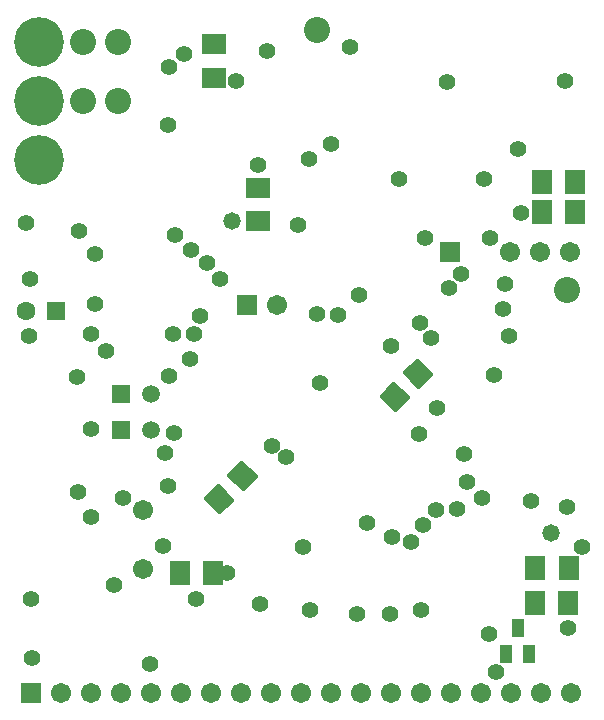
<source format=gbs>
%FSLAX43Y43*%
%MOMM*%
G71*
G01*
G75*
%ADD10C,0.300*%
%ADD11C,0.125*%
%ADD12O,2.000X1.000*%
%ADD13R,2.000X1.000*%
%ADD14R,1.800X1.600*%
%ADD15R,1.600X1.800*%
%ADD16R,0.600X2.150*%
%ADD17R,0.600X2.150*%
%ADD18R,1.450X0.550*%
%ADD19R,1.450X0.550*%
%ADD20R,0.600X2.200*%
%ADD21R,0.600X2.200*%
%ADD22R,0.600X1.700*%
%ADD23R,0.600X1.700*%
%ADD24C,0.500*%
%ADD25C,0.400*%
%ADD26R,1.400X1.400*%
%ADD27C,1.400*%
%ADD28C,4.000*%
%ADD29C,2.000*%
%ADD30C,1.500*%
%ADD31R,1.500X1.500*%
%ADD32R,1.300X1.300*%
%ADD33C,1.300*%
%ADD34C,1.200*%
%ADD35C,1.270*%
%ADD36R,0.850X1.300*%
%ADD37C,0.600*%
%ADD38O,2.203X1.203*%
%ADD39R,2.203X1.203*%
%ADD40R,2.003X1.803*%
%ADD41R,1.803X2.003*%
%ADD42R,0.803X2.353*%
%ADD43R,0.803X2.353*%
%ADD44R,1.653X0.753*%
%ADD45R,1.653X0.753*%
%ADD46R,0.803X2.403*%
%ADD47R,0.803X2.403*%
%ADD48R,0.803X1.903*%
%ADD49R,0.803X1.903*%
%ADD50R,1.603X1.603*%
%ADD51C,1.603*%
%ADD52C,4.203*%
%ADD53C,2.203*%
%ADD54C,1.703*%
%ADD55R,1.703X1.703*%
%ADD56R,1.503X1.503*%
%ADD57C,1.503*%
%ADD58C,1.403*%
%ADD59C,1.473*%
%ADD60R,1.053X1.503*%
D25*
X20042Y24442D02*
X18908Y25576D01*
X19900Y26568D01*
X21034Y25434D01*
X20042Y24442D01*
Y24914D02*
X19379Y25576D01*
X19900Y26097D01*
X20562Y25434D01*
X20042Y24914D01*
Y25385D02*
X19851Y25576D01*
X19900Y25625D01*
X20091Y25434D01*
X20042Y25385D01*
X19971Y25487D02*
Y25523D01*
X18062Y22462D02*
X16928Y23596D01*
X17920Y24588D01*
X19054Y23455D01*
X18062Y22462D01*
Y22934D02*
X17399Y23596D01*
X17920Y24117D01*
X18582Y23455D01*
X18062Y22934D01*
Y23405D02*
X17871Y23596D01*
X17920Y23645D01*
X18111Y23455D01*
X18062Y23405D01*
X17991Y23507D02*
Y23543D01*
X34897Y33098D02*
X33764Y34232D01*
X34756Y35224D01*
X35889Y34090D01*
X34897Y33098D01*
Y33569D02*
X34235Y34232D01*
X34756Y34752D01*
X35418Y34090D01*
X34897Y33569D01*
Y34041D02*
X34706Y34232D01*
X34756Y34281D01*
X34947Y34090D01*
X34897Y34041D01*
X34827Y34143D02*
Y34179D01*
X32917Y31118D02*
X31784Y32252D01*
X32776Y33244D01*
X33910Y32110D01*
X32917Y31118D01*
Y31589D02*
X32255Y32252D01*
X32776Y32772D01*
X33438Y32110D01*
X32917Y31589D01*
Y32061D02*
X32727Y32252D01*
X32776Y32301D01*
X32967Y32110D01*
X32917Y32061D01*
X32847Y32163D02*
Y32199D01*
D40*
X17618Y61988D02*
D03*
Y59188D02*
D03*
X21318Y49863D02*
D03*
Y47063D02*
D03*
D41*
X47587Y14693D02*
D03*
X44787D02*
D03*
X44813Y17682D02*
D03*
X47613Y17682D02*
D03*
X14713Y17257D02*
D03*
X17513D02*
D03*
X48138Y50382D02*
D03*
X45338Y50382D02*
D03*
X45362Y47793D02*
D03*
X48162Y47793D02*
D03*
D50*
X4189Y39433D02*
D03*
D51*
X1689D02*
D03*
D52*
X2800Y52200D02*
D03*
Y57200D02*
D03*
Y62200D02*
D03*
D53*
X6525Y62175D02*
D03*
Y57175D02*
D03*
X9500Y62225D02*
D03*
Y57225D02*
D03*
X26300Y63250D02*
D03*
X47500Y41225D02*
D03*
D54*
X45280Y7100D02*
D03*
X42740D02*
D03*
X47820D02*
D03*
X40200D02*
D03*
X37660D02*
D03*
X32580D02*
D03*
X30040D02*
D03*
X27500D02*
D03*
X24960D02*
D03*
X22420D02*
D03*
X19880D02*
D03*
X17340D02*
D03*
X14800D02*
D03*
X12260D02*
D03*
X9720D02*
D03*
X7180D02*
D03*
X4640D02*
D03*
X35120D02*
D03*
X47727Y44416D02*
D03*
X45187D02*
D03*
X42647D02*
D03*
X11575Y22617D02*
D03*
Y17617D02*
D03*
X22910Y39937D02*
D03*
D55*
X2100Y7100D02*
D03*
X37567Y44416D02*
D03*
X20370Y39937D02*
D03*
D56*
X9758Y32363D02*
D03*
Y29388D02*
D03*
D57*
X12258Y32363D02*
D03*
Y29388D02*
D03*
D58*
X38175Y22625D02*
D03*
X35975Y37175D02*
D03*
X33300Y50575D02*
D03*
X47450Y22800D02*
D03*
X9900Y23625D02*
D03*
X13800Y33950D02*
D03*
X21300Y51775D02*
D03*
X43300Y53125D02*
D03*
X40925Y45600D02*
D03*
X42100Y39575D02*
D03*
X41268Y33975D02*
D03*
X24750Y46725D02*
D03*
X21500Y14600D02*
D03*
X40500Y50575D02*
D03*
X1675Y46900D02*
D03*
X2000Y42100D02*
D03*
X13450Y27400D02*
D03*
X43625Y47700D02*
D03*
X44450Y23350D02*
D03*
X37475Y41400D02*
D03*
X38525Y42550D02*
D03*
X7525Y40000D02*
D03*
X7500Y44250D02*
D03*
X1975Y37300D02*
D03*
X13700Y24575D02*
D03*
X13250Y19500D02*
D03*
X2100Y15000D02*
D03*
X2200Y10025D02*
D03*
X12200Y9575D02*
D03*
X40850Y12100D02*
D03*
X16050Y15050D02*
D03*
X30575Y21500D02*
D03*
X6150Y46225D02*
D03*
X26600Y33350D02*
D03*
X23700Y27025D02*
D03*
X22500Y27975D02*
D03*
X25125Y19475D02*
D03*
X25700Y14075D02*
D03*
X14250Y29075D02*
D03*
X32687Y20250D02*
D03*
X34975Y29025D02*
D03*
X34250Y19850D02*
D03*
X29725Y13787D02*
D03*
X35275Y21275D02*
D03*
X32525Y13800D02*
D03*
X40250Y23550D02*
D03*
X36400Y22575D02*
D03*
X35150Y14075D02*
D03*
X36450Y31175D02*
D03*
X42250Y41700D02*
D03*
X18075Y42150D02*
D03*
X16400Y39000D02*
D03*
X39025Y24975D02*
D03*
X17000Y43450D02*
D03*
X15525Y35375D02*
D03*
X6000Y33800D02*
D03*
X6050Y24125D02*
D03*
X38800Y27300D02*
D03*
X15650Y44575D02*
D03*
X15900Y37450D02*
D03*
X8450Y36025D02*
D03*
X9125Y16225D02*
D03*
X7145Y29445D02*
D03*
X14325Y45825D02*
D03*
X14125Y37500D02*
D03*
X7225Y37450D02*
D03*
X7175Y21950D02*
D03*
X42550Y37293D02*
D03*
X26279Y39196D02*
D03*
X35500Y45600D02*
D03*
X41450Y8875D02*
D03*
X18700Y17200D02*
D03*
X47600Y12575D02*
D03*
X48725Y19475D02*
D03*
X47275Y58875D02*
D03*
X37285Y58800D02*
D03*
X13790Y60110D02*
D03*
X29110Y61760D02*
D03*
X22125Y61400D02*
D03*
X19425Y58875D02*
D03*
X15050Y61175D02*
D03*
X35000Y38400D02*
D03*
X29900Y40800D02*
D03*
X32625Y36425D02*
D03*
X25625Y52275D02*
D03*
X27475Y53525D02*
D03*
X28100Y39125D02*
D03*
X13675Y55200D02*
D03*
D59*
X46100Y20625D02*
D03*
X19100Y47050D02*
D03*
D60*
X43298Y12573D02*
D03*
X42348Y10373D02*
D03*
X44248D02*
D03*
M02*

</source>
